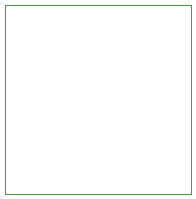
<source format=gbr>
G04 #@! TF.GenerationSoftware,KiCad,Pcbnew,7.0.1*
G04 #@! TF.CreationDate,2023-06-21T10:38:35-04:00*
G04 #@! TF.ProjectId,mainboard,6d61696e-626f-4617-9264-2e6b69636164,C*
G04 #@! TF.SameCoordinates,Original*
G04 #@! TF.FileFunction,OtherDrawing,Comment*
%FSLAX46Y46*%
G04 Gerber Fmt 4.6, Leading zero omitted, Abs format (unit mm)*
G04 Created by KiCad (PCBNEW 7.0.1) date 2023-06-21 10:38:35*
%MOMM*%
%LPD*%
G01*
G04 APERTURE LIST*
%ADD10C,0.050000*%
G04 APERTURE END LIST*
D10*
X68464000Y-94616000D02*
X68464000Y-110616000D01*
X52714000Y-94616000D02*
X68464000Y-94616000D01*
X68464000Y-110616000D02*
X52714000Y-110616000D01*
X52714000Y-110616000D02*
X52714000Y-94616000D01*
M02*

</source>
